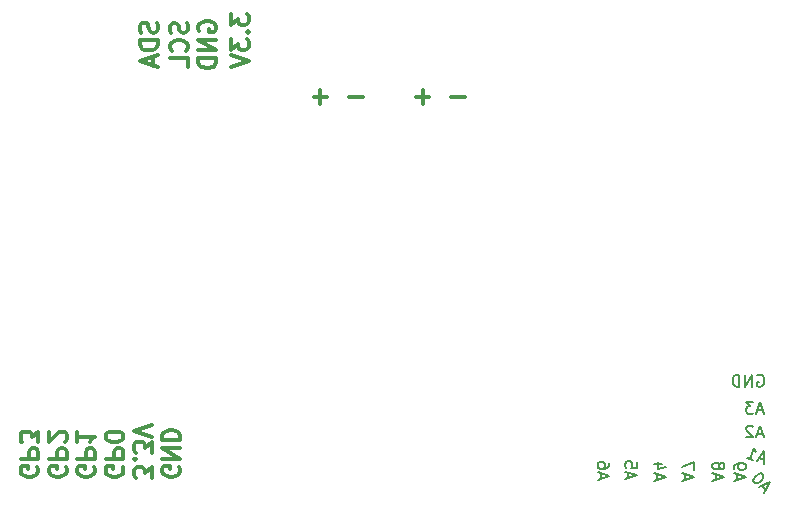
<source format=gbr>
G04 #@! TF.FileFunction,Legend,Bot*
%FSLAX46Y46*%
G04 Gerber Fmt 4.6, Leading zero omitted, Abs format (unit mm)*
G04 Created by KiCad (PCBNEW 4.0.2+e4-6225~38~ubuntu15.10.1-stable) date mié 18 may 2016 16:41:09 CEST*
%MOMM*%
G01*
G04 APERTURE LIST*
%ADD10C,0.100000*%
%ADD11C,0.200000*%
%ADD12C,0.300000*%
G04 APERTURE END LIST*
D10*
D11*
X166611904Y-97550000D02*
X166707142Y-97502381D01*
X166849999Y-97502381D01*
X166992857Y-97550000D01*
X167088095Y-97645238D01*
X167135714Y-97740476D01*
X167183333Y-97930952D01*
X167183333Y-98073810D01*
X167135714Y-98264286D01*
X167088095Y-98359524D01*
X166992857Y-98454762D01*
X166849999Y-98502381D01*
X166754761Y-98502381D01*
X166611904Y-98454762D01*
X166564285Y-98407143D01*
X166564285Y-98073810D01*
X166754761Y-98073810D01*
X166135714Y-98502381D02*
X166135714Y-97502381D01*
X165564285Y-98502381D01*
X165564285Y-97502381D01*
X165088095Y-98502381D02*
X165088095Y-97502381D01*
X164850000Y-97502381D01*
X164707142Y-97550000D01*
X164611904Y-97645238D01*
X164564285Y-97740476D01*
X164516666Y-97930952D01*
X164516666Y-98073810D01*
X164564285Y-98264286D01*
X164611904Y-98359524D01*
X164707142Y-98454762D01*
X164850000Y-98502381D01*
X165088095Y-98502381D01*
D12*
X137678572Y-73992857D02*
X138821429Y-73992857D01*
X138250000Y-73421429D02*
X138250000Y-74564286D01*
X140678572Y-73992857D02*
X141821429Y-73992857D01*
X129028572Y-73992857D02*
X130171429Y-73992857D01*
X129600000Y-73421429D02*
X129600000Y-74564286D01*
X132028572Y-73992857D02*
X133171429Y-73992857D01*
X117650000Y-105307143D02*
X117721429Y-105450000D01*
X117721429Y-105664286D01*
X117650000Y-105878571D01*
X117507143Y-106021429D01*
X117364286Y-106092857D01*
X117078571Y-106164286D01*
X116864286Y-106164286D01*
X116578571Y-106092857D01*
X116435714Y-106021429D01*
X116292857Y-105878571D01*
X116221429Y-105664286D01*
X116221429Y-105521429D01*
X116292857Y-105307143D01*
X116364286Y-105235714D01*
X116864286Y-105235714D01*
X116864286Y-105521429D01*
X116221429Y-104592857D02*
X117721429Y-104592857D01*
X116221429Y-103735714D01*
X117721429Y-103735714D01*
X116221429Y-103021428D02*
X117721429Y-103021428D01*
X117721429Y-102664285D01*
X117650000Y-102450000D01*
X117507143Y-102307142D01*
X117364286Y-102235714D01*
X117078571Y-102164285D01*
X116864286Y-102164285D01*
X116578571Y-102235714D01*
X116435714Y-102307142D01*
X116292857Y-102450000D01*
X116221429Y-102664285D01*
X116221429Y-103021428D01*
X115321429Y-106235714D02*
X115321429Y-105307143D01*
X114750000Y-105807143D01*
X114750000Y-105592857D01*
X114678571Y-105450000D01*
X114607143Y-105378571D01*
X114464286Y-105307143D01*
X114107143Y-105307143D01*
X113964286Y-105378571D01*
X113892857Y-105450000D01*
X113821429Y-105592857D01*
X113821429Y-106021429D01*
X113892857Y-106164286D01*
X113964286Y-106235714D01*
X113964286Y-104664286D02*
X113892857Y-104592858D01*
X113821429Y-104664286D01*
X113892857Y-104735715D01*
X113964286Y-104664286D01*
X113821429Y-104664286D01*
X115321429Y-104092857D02*
X115321429Y-103164286D01*
X114750000Y-103664286D01*
X114750000Y-103450000D01*
X114678571Y-103307143D01*
X114607143Y-103235714D01*
X114464286Y-103164286D01*
X114107143Y-103164286D01*
X113964286Y-103235714D01*
X113892857Y-103307143D01*
X113821429Y-103450000D01*
X113821429Y-103878572D01*
X113892857Y-104021429D01*
X113964286Y-104092857D01*
X115321429Y-102735715D02*
X113821429Y-102235715D01*
X115321429Y-101735715D01*
X112850000Y-105307143D02*
X112921429Y-105450000D01*
X112921429Y-105664286D01*
X112850000Y-105878571D01*
X112707143Y-106021429D01*
X112564286Y-106092857D01*
X112278571Y-106164286D01*
X112064286Y-106164286D01*
X111778571Y-106092857D01*
X111635714Y-106021429D01*
X111492857Y-105878571D01*
X111421429Y-105664286D01*
X111421429Y-105521429D01*
X111492857Y-105307143D01*
X111564286Y-105235714D01*
X112064286Y-105235714D01*
X112064286Y-105521429D01*
X111421429Y-104592857D02*
X112921429Y-104592857D01*
X112921429Y-104021429D01*
X112850000Y-103878571D01*
X112778571Y-103807143D01*
X112635714Y-103735714D01*
X112421429Y-103735714D01*
X112278571Y-103807143D01*
X112207143Y-103878571D01*
X112135714Y-104021429D01*
X112135714Y-104592857D01*
X112921429Y-102807143D02*
X112921429Y-102664286D01*
X112850000Y-102521429D01*
X112778571Y-102450000D01*
X112635714Y-102378571D01*
X112350000Y-102307143D01*
X111992857Y-102307143D01*
X111707143Y-102378571D01*
X111564286Y-102450000D01*
X111492857Y-102521429D01*
X111421429Y-102664286D01*
X111421429Y-102807143D01*
X111492857Y-102950000D01*
X111564286Y-103021429D01*
X111707143Y-103092857D01*
X111992857Y-103164286D01*
X112350000Y-103164286D01*
X112635714Y-103092857D01*
X112778571Y-103021429D01*
X112850000Y-102950000D01*
X112921429Y-102807143D01*
X110450000Y-105307143D02*
X110521429Y-105450000D01*
X110521429Y-105664286D01*
X110450000Y-105878571D01*
X110307143Y-106021429D01*
X110164286Y-106092857D01*
X109878571Y-106164286D01*
X109664286Y-106164286D01*
X109378571Y-106092857D01*
X109235714Y-106021429D01*
X109092857Y-105878571D01*
X109021429Y-105664286D01*
X109021429Y-105521429D01*
X109092857Y-105307143D01*
X109164286Y-105235714D01*
X109664286Y-105235714D01*
X109664286Y-105521429D01*
X109021429Y-104592857D02*
X110521429Y-104592857D01*
X110521429Y-104021429D01*
X110450000Y-103878571D01*
X110378571Y-103807143D01*
X110235714Y-103735714D01*
X110021429Y-103735714D01*
X109878571Y-103807143D01*
X109807143Y-103878571D01*
X109735714Y-104021429D01*
X109735714Y-104592857D01*
X109021429Y-102307143D02*
X109021429Y-103164286D01*
X109021429Y-102735714D02*
X110521429Y-102735714D01*
X110307143Y-102878571D01*
X110164286Y-103021429D01*
X110092857Y-103164286D01*
X108050000Y-105307143D02*
X108121429Y-105450000D01*
X108121429Y-105664286D01*
X108050000Y-105878571D01*
X107907143Y-106021429D01*
X107764286Y-106092857D01*
X107478571Y-106164286D01*
X107264286Y-106164286D01*
X106978571Y-106092857D01*
X106835714Y-106021429D01*
X106692857Y-105878571D01*
X106621429Y-105664286D01*
X106621429Y-105521429D01*
X106692857Y-105307143D01*
X106764286Y-105235714D01*
X107264286Y-105235714D01*
X107264286Y-105521429D01*
X106621429Y-104592857D02*
X108121429Y-104592857D01*
X108121429Y-104021429D01*
X108050000Y-103878571D01*
X107978571Y-103807143D01*
X107835714Y-103735714D01*
X107621429Y-103735714D01*
X107478571Y-103807143D01*
X107407143Y-103878571D01*
X107335714Y-104021429D01*
X107335714Y-104592857D01*
X107978571Y-103164286D02*
X108050000Y-103092857D01*
X108121429Y-102950000D01*
X108121429Y-102592857D01*
X108050000Y-102450000D01*
X107978571Y-102378571D01*
X107835714Y-102307143D01*
X107692857Y-102307143D01*
X107478571Y-102378571D01*
X106621429Y-103235714D01*
X106621429Y-102307143D01*
X105650000Y-105307143D02*
X105721429Y-105450000D01*
X105721429Y-105664286D01*
X105650000Y-105878571D01*
X105507143Y-106021429D01*
X105364286Y-106092857D01*
X105078571Y-106164286D01*
X104864286Y-106164286D01*
X104578571Y-106092857D01*
X104435714Y-106021429D01*
X104292857Y-105878571D01*
X104221429Y-105664286D01*
X104221429Y-105521429D01*
X104292857Y-105307143D01*
X104364286Y-105235714D01*
X104864286Y-105235714D01*
X104864286Y-105521429D01*
X104221429Y-104592857D02*
X105721429Y-104592857D01*
X105721429Y-104021429D01*
X105650000Y-103878571D01*
X105578571Y-103807143D01*
X105435714Y-103735714D01*
X105221429Y-103735714D01*
X105078571Y-103807143D01*
X105007143Y-103878571D01*
X104935714Y-104021429D01*
X104935714Y-104592857D01*
X105721429Y-103235714D02*
X105721429Y-102307143D01*
X105150000Y-102807143D01*
X105150000Y-102592857D01*
X105078571Y-102450000D01*
X105007143Y-102378571D01*
X104864286Y-102307143D01*
X104507143Y-102307143D01*
X104364286Y-102378571D01*
X104292857Y-102450000D01*
X104221429Y-102592857D01*
X104221429Y-103021429D01*
X104292857Y-103164286D01*
X104364286Y-103235714D01*
D11*
X153357133Y-106308386D02*
X153357133Y-105832195D01*
X153071419Y-106403624D02*
X154071419Y-106070291D01*
X153071419Y-105736957D01*
X154071419Y-104975052D02*
X154071419Y-105165529D01*
X154023800Y-105260767D01*
X153976181Y-105308386D01*
X153833324Y-105403624D01*
X153642848Y-105451243D01*
X153261895Y-105451243D01*
X153166657Y-105403624D01*
X153119038Y-105356005D01*
X153071419Y-105260767D01*
X153071419Y-105070290D01*
X153119038Y-104975052D01*
X153166657Y-104927433D01*
X153261895Y-104879814D01*
X153499990Y-104879814D01*
X153595229Y-104927433D01*
X153642848Y-104975052D01*
X153690467Y-105070290D01*
X153690467Y-105260767D01*
X153642848Y-105356005D01*
X153595229Y-105403624D01*
X153499990Y-105451243D01*
X155683333Y-106264286D02*
X155683333Y-105788095D01*
X155397619Y-106359524D02*
X156397619Y-106026191D01*
X155397619Y-105692857D01*
X156397619Y-104883333D02*
X156397619Y-105359524D01*
X155921429Y-105407143D01*
X155969048Y-105359524D01*
X156016667Y-105264286D01*
X156016667Y-105026190D01*
X155969048Y-104930952D01*
X155921429Y-104883333D01*
X155826190Y-104835714D01*
X155588095Y-104835714D01*
X155492857Y-104883333D01*
X155445238Y-104930952D01*
X155397619Y-105026190D01*
X155397619Y-105264286D01*
X155445238Y-105359524D01*
X155492857Y-105407143D01*
X158133333Y-106364286D02*
X158133333Y-105888095D01*
X157847619Y-106459524D02*
X158847619Y-106126191D01*
X157847619Y-105792857D01*
X158514286Y-105030952D02*
X157847619Y-105030952D01*
X158895238Y-105269048D02*
X158180952Y-105507143D01*
X158180952Y-104888095D01*
X160483333Y-106364286D02*
X160483333Y-105888095D01*
X160197619Y-106459524D02*
X161197619Y-106126191D01*
X160197619Y-105792857D01*
X161197619Y-105554762D02*
X161197619Y-104888095D01*
X160197619Y-105316667D01*
D12*
X122028571Y-66935715D02*
X122028571Y-67864286D01*
X122600000Y-67364286D01*
X122600000Y-67578572D01*
X122671429Y-67721429D01*
X122742857Y-67792858D01*
X122885714Y-67864286D01*
X123242857Y-67864286D01*
X123385714Y-67792858D01*
X123457143Y-67721429D01*
X123528571Y-67578572D01*
X123528571Y-67150000D01*
X123457143Y-67007143D01*
X123385714Y-66935715D01*
X123385714Y-68507143D02*
X123457143Y-68578571D01*
X123528571Y-68507143D01*
X123457143Y-68435714D01*
X123385714Y-68507143D01*
X123528571Y-68507143D01*
X122028571Y-69078572D02*
X122028571Y-70007143D01*
X122600000Y-69507143D01*
X122600000Y-69721429D01*
X122671429Y-69864286D01*
X122742857Y-69935715D01*
X122885714Y-70007143D01*
X123242857Y-70007143D01*
X123385714Y-69935715D01*
X123457143Y-69864286D01*
X123528571Y-69721429D01*
X123528571Y-69292857D01*
X123457143Y-69150000D01*
X123385714Y-69078572D01*
X122028571Y-70435714D02*
X123528571Y-70935714D01*
X122028571Y-71435714D01*
X119350000Y-68407143D02*
X119278571Y-68264286D01*
X119278571Y-68050000D01*
X119350000Y-67835715D01*
X119492857Y-67692857D01*
X119635714Y-67621429D01*
X119921429Y-67550000D01*
X120135714Y-67550000D01*
X120421429Y-67621429D01*
X120564286Y-67692857D01*
X120707143Y-67835715D01*
X120778571Y-68050000D01*
X120778571Y-68192857D01*
X120707143Y-68407143D01*
X120635714Y-68478572D01*
X120135714Y-68478572D01*
X120135714Y-68192857D01*
X120778571Y-69121429D02*
X119278571Y-69121429D01*
X120778571Y-69978572D01*
X119278571Y-69978572D01*
X120778571Y-70692858D02*
X119278571Y-70692858D01*
X119278571Y-71050001D01*
X119350000Y-71264286D01*
X119492857Y-71407144D01*
X119635714Y-71478572D01*
X119921429Y-71550001D01*
X120135714Y-71550001D01*
X120421429Y-71478572D01*
X120564286Y-71407144D01*
X120707143Y-71264286D01*
X120778571Y-71050001D01*
X120778571Y-70692858D01*
X118307143Y-67714286D02*
X118378571Y-67928572D01*
X118378571Y-68285715D01*
X118307143Y-68428572D01*
X118235714Y-68500001D01*
X118092857Y-68571429D01*
X117950000Y-68571429D01*
X117807143Y-68500001D01*
X117735714Y-68428572D01*
X117664286Y-68285715D01*
X117592857Y-68000001D01*
X117521429Y-67857143D01*
X117450000Y-67785715D01*
X117307143Y-67714286D01*
X117164286Y-67714286D01*
X117021429Y-67785715D01*
X116950000Y-67857143D01*
X116878571Y-68000001D01*
X116878571Y-68357143D01*
X116950000Y-68571429D01*
X118235714Y-70071429D02*
X118307143Y-70000000D01*
X118378571Y-69785714D01*
X118378571Y-69642857D01*
X118307143Y-69428572D01*
X118164286Y-69285714D01*
X118021429Y-69214286D01*
X117735714Y-69142857D01*
X117521429Y-69142857D01*
X117235714Y-69214286D01*
X117092857Y-69285714D01*
X116950000Y-69428572D01*
X116878571Y-69642857D01*
X116878571Y-69785714D01*
X116950000Y-70000000D01*
X117021429Y-70071429D01*
X118378571Y-71428572D02*
X118378571Y-70714286D01*
X116878571Y-70714286D01*
X115757143Y-67678572D02*
X115828571Y-67892858D01*
X115828571Y-68250001D01*
X115757143Y-68392858D01*
X115685714Y-68464287D01*
X115542857Y-68535715D01*
X115400000Y-68535715D01*
X115257143Y-68464287D01*
X115185714Y-68392858D01*
X115114286Y-68250001D01*
X115042857Y-67964287D01*
X114971429Y-67821429D01*
X114900000Y-67750001D01*
X114757143Y-67678572D01*
X114614286Y-67678572D01*
X114471429Y-67750001D01*
X114400000Y-67821429D01*
X114328571Y-67964287D01*
X114328571Y-68321429D01*
X114400000Y-68535715D01*
X115828571Y-69178572D02*
X114328571Y-69178572D01*
X114328571Y-69535715D01*
X114400000Y-69750000D01*
X114542857Y-69892858D01*
X114685714Y-69964286D01*
X114971429Y-70035715D01*
X115185714Y-70035715D01*
X115471429Y-69964286D01*
X115614286Y-69892858D01*
X115757143Y-69750000D01*
X115828571Y-69535715D01*
X115828571Y-69178572D01*
X115400000Y-70607143D02*
X115400000Y-71321429D01*
X115828571Y-70464286D02*
X114328571Y-70964286D01*
X115828571Y-71464286D01*
D11*
X167337225Y-107222928D02*
X167000507Y-106886210D01*
X167202538Y-107492302D02*
X167673943Y-106549493D01*
X166731133Y-107020897D01*
X167067851Y-105943401D02*
X167000507Y-105876057D01*
X166899492Y-105842385D01*
X166832149Y-105842385D01*
X166731133Y-105876057D01*
X166562775Y-105977072D01*
X166394416Y-106145431D01*
X166293400Y-106313790D01*
X166259729Y-106414805D01*
X166259729Y-106482149D01*
X166293400Y-106583164D01*
X166360745Y-106650508D01*
X166461760Y-106684180D01*
X166529103Y-106684180D01*
X166630118Y-106650508D01*
X166798477Y-106549493D01*
X166966836Y-106381133D01*
X167067851Y-106212775D01*
X167101523Y-106111760D01*
X167101523Y-106044416D01*
X167067851Y-105943401D01*
X167164206Y-104750916D02*
X166716733Y-104588049D01*
X167155980Y-105051973D02*
X167184770Y-103998273D01*
X166529518Y-104823959D01*
X165724067Y-104530799D02*
X166261035Y-104726239D01*
X165992552Y-104628519D02*
X166334572Y-103688827D01*
X166375206Y-103855642D01*
X166432127Y-103977709D01*
X166505335Y-104055030D01*
X167064286Y-102516667D02*
X166588095Y-102516667D01*
X167159524Y-102802381D02*
X166826191Y-101802381D01*
X166492857Y-102802381D01*
X166207143Y-101897619D02*
X166159524Y-101850000D01*
X166064286Y-101802381D01*
X165826190Y-101802381D01*
X165730952Y-101850000D01*
X165683333Y-101897619D01*
X165635714Y-101992857D01*
X165635714Y-102088095D01*
X165683333Y-102230952D01*
X166254762Y-102802381D01*
X165635714Y-102802381D01*
X167064286Y-100516667D02*
X166588095Y-100516667D01*
X167159524Y-100802381D02*
X166826191Y-99802381D01*
X166492857Y-100802381D01*
X166254762Y-99802381D02*
X165635714Y-99802381D01*
X165969048Y-100183333D01*
X165826190Y-100183333D01*
X165730952Y-100230952D01*
X165683333Y-100278571D01*
X165635714Y-100373810D01*
X165635714Y-100611905D01*
X165683333Y-100707143D01*
X165730952Y-100754762D01*
X165826190Y-100802381D01*
X166111905Y-100802381D01*
X166207143Y-100754762D01*
X166254762Y-100707143D01*
X163083333Y-106364286D02*
X163083333Y-105888095D01*
X162797619Y-106459524D02*
X163797619Y-106126191D01*
X162797619Y-105792857D01*
X163369048Y-105316667D02*
X163416667Y-105411905D01*
X163464286Y-105459524D01*
X163559524Y-105507143D01*
X163607143Y-105507143D01*
X163702381Y-105459524D01*
X163750000Y-105411905D01*
X163797619Y-105316667D01*
X163797619Y-105126190D01*
X163750000Y-105030952D01*
X163702381Y-104983333D01*
X163607143Y-104935714D01*
X163559524Y-104935714D01*
X163464286Y-104983333D01*
X163416667Y-105030952D01*
X163369048Y-105126190D01*
X163369048Y-105316667D01*
X163321429Y-105411905D01*
X163273810Y-105459524D01*
X163178571Y-105507143D01*
X162988095Y-105507143D01*
X162892857Y-105459524D01*
X162845238Y-105411905D01*
X162797619Y-105316667D01*
X162797619Y-105126190D01*
X162845238Y-105030952D01*
X162892857Y-104983333D01*
X162988095Y-104935714D01*
X163178571Y-104935714D01*
X163273810Y-104983333D01*
X163321429Y-105030952D01*
X163369048Y-105126190D01*
X164883333Y-106414286D02*
X164883333Y-105938095D01*
X164597619Y-106509524D02*
X165597619Y-106176191D01*
X164597619Y-105842857D01*
X164597619Y-105461905D02*
X164597619Y-105271429D01*
X164645238Y-105176190D01*
X164692857Y-105128571D01*
X164835714Y-105033333D01*
X165026190Y-104985714D01*
X165407143Y-104985714D01*
X165502381Y-105033333D01*
X165550000Y-105080952D01*
X165597619Y-105176190D01*
X165597619Y-105366667D01*
X165550000Y-105461905D01*
X165502381Y-105509524D01*
X165407143Y-105557143D01*
X165169048Y-105557143D01*
X165073810Y-105509524D01*
X165026190Y-105461905D01*
X164978571Y-105366667D01*
X164978571Y-105176190D01*
X165026190Y-105080952D01*
X165073810Y-105033333D01*
X165169048Y-104985714D01*
M02*

</source>
